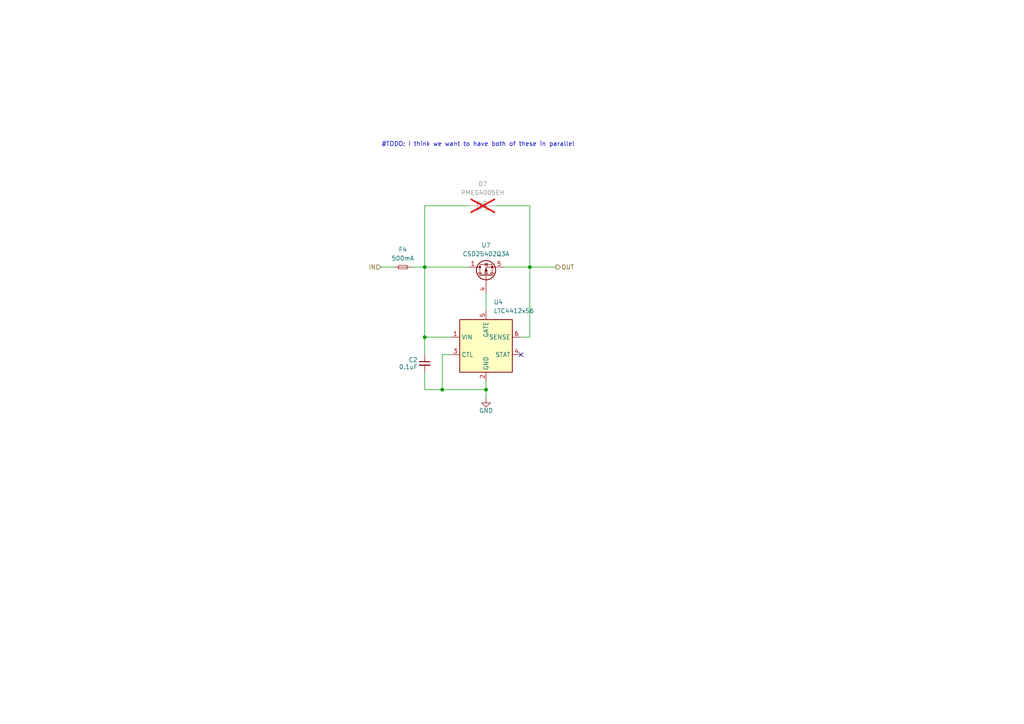
<source format=kicad_sch>
(kicad_sch (version 20231120) (generator "eeschema") (generator_version "8.0")
  (paper "A4")
  (lib_symbols
    (symbol "Device:C_Small" (pin_numbers hide) (pin_names (offset 0.254) hide)
      (property "Reference" "C" (at 0.254 1.778 0))
      (property "Value" "C_Small" (at 0.254 -2.032 0))
      (symbol "C_Small_0_1"
        (polyline (pts (xy -1.524 -0.508) (xy 1.524 -0.508)) (stroke (width 0.3302)))
        (polyline (pts (xy -1.524 0.508) (xy 1.524 0.508)) (stroke (width 0.3048)))
      )
      (symbol "C_Small_1_1"
        (pin passive line (at 0 2.54 270) (length 2.032) (name "~") (number "1"))
        (pin passive line (at 0 -2.54 90) (length 2.032) (name "~") (number "2"))
      )
    )
    (symbol "Device:Fuse_Small" (pin_numbers hide) (pin_names (offset 0.254) hide)
      (property "Reference" "F" (at 0 -1.524 0))
      (property "Value" "Fuse_Small" (at 0 1.524 0))
      (symbol "Fuse_Small_0_1"
        (rectangle (start -1.27 0.508) (end 1.27 -0.508))
        (polyline (pts (xy -1.27 0) (xy 1.27 0)))
      )
      (symbol "Fuse_Small_1_1"
        (pin passive line (at -2.54 0 0) (length 1.27) (name "~") (number "1"))
        (pin passive line (at 2.54 0 180) (length 1.27) (name "~") (number "2"))
      )
    )
    (symbol "Diode:PMEG4005EH" (pin_numbers hide) (pin_names hide)
      (property "Reference" "D" (at 0 2.54 0))
      (property "Value" "PMEG4005EH" (at 0 -2.54 0))
      (symbol "PMEG4005EH_0_1"
        (polyline (pts (xy 1.27 0) (xy -1.27 0)))
        (polyline (pts (xy 1.27 1.27) (xy 1.27 -1.27) (xy -1.27 0) (xy 1.27 1.27)) (stroke (width 0.2032)))
        (polyline (pts (xy -1.905 0.635) (xy -1.905 1.27) (xy -1.27 1.27) (xy -1.27 -1.27) (xy -0.635 -1.27) (xy -0.635 -0.635)) (stroke (width 0.2032)))
      )
      (symbol "PMEG4005EH_1_1"
        (pin passive line (at -3.81 0 0) (length 2.54) (name "K") (number "1"))
        (pin passive line (at 3.81 0 180) (length 2.54) (name "A") (number "2"))
      )
    )
    (symbol "Power_Management:LTC4412xS6"
      (property "Reference" "U" (at -6.35 8.89 0))
      (property "Value" "LTC4412xS6" (at 6.35 8.89 0))
      (symbol "LTC4412xS6_0_1"
        (rectangle (start -7.62 7.62) (end 7.62 -7.62) (stroke (width 0.254)) (fill (type background)))
      )
      (symbol "LTC4412xS6_1_1"
        (pin power_in line (at -10.16 2.54 0) (length 2.54) (name "VIN") (number "1"))
        (pin power_in line (at 0 -10.16 90) (length 2.54) (name "GND") (number "2"))
        (pin input line (at -10.16 -2.54 0) (length 2.54) (name "CTL") (number "3"))
        (pin open_collector line (at 10.16 -2.54 180) (length 2.54) (name "STAT") (number "4"))
        (pin output line (at 0 10.16 270) (length 2.54) (name "GATE") (number "5"))
        (pin input line (at 10.16 2.54 180) (length 2.54) (name "SENSE") (number "6"))
      )
    )
    (symbol "Transistor_FET:CSD25402Q3A" (pin_names hide)
      (property "Reference" "U" (at 5.715 1.905 0))
      (property "Value" "CSD25402Q3A" (at 11.811 -0.127 0))
      (symbol "CSD25402Q3A_0_1"
        (polyline (pts (xy 0.254 0) (xy -2.54 0)))
        (polyline (pts (xy 0.254 1.905) (xy 0.254 -1.905)) (stroke (width 0.254)))
        (polyline (pts (xy 0.762 -1.27) (xy 0.762 -2.286)) (stroke (width 0.254)))
        (polyline (pts (xy 0.762 0.508) (xy 0.762 -0.508)) (stroke (width 0.254)))
        (polyline (pts (xy 0.762 2.286) (xy 0.762 1.27)) (stroke (width 0.254)))
        (polyline (pts (xy 2.54 2.54) (xy 2.54 1.778)))
        (polyline (pts (xy 2.54 -2.54) (xy 2.54 0) (xy 0.762 0)))
        (polyline (pts (xy 0.762 1.778) (xy 3.302 1.778) (xy 3.302 -1.778) (xy 0.762 -1.778)))
        (polyline (pts (xy 2.286 0) (xy 1.27 0.381) (xy 1.27 -0.381) (xy 2.286 0)) (fill (type outline)))
        (polyline (pts (xy 2.794 -0.508) (xy 2.921 -0.381) (xy 3.683 -0.381) (xy 3.81 -0.254)))
        (polyline (pts (xy 3.302 -0.381) (xy 2.921 0.254) (xy 3.683 0.254) (xy 3.302 -0.381)))
        (circle (center 1.651 0) (radius 2.794) (stroke (width 0.254)))
        (circle (center 2.54 -1.778) (radius 0.254) (fill (type outline)))
        (circle (center 2.54 1.778) (radius 0.254) (fill (type outline)))
      )
      (symbol "CSD25402Q3A_1_1"
        (pin passive line (at 2.54 5.08 270) (length 2.54) (name "D") (number "1"))
        (pin passive line (at 2.54 5.08 270) (length 2.54) hide (name "D") (number "2"))
        (pin passive line (at 2.54 5.08 270) (length 2.54) hide (name "D") (number "3"))
        (pin input line (at -5.08 0 0) (length 2.54) (name "G") (number "4"))
        (pin passive line (at 2.54 -5.08 90) (length 2.54) (name "S") (number "5"))
      )
    )
    (symbol "power:GND" (power) (pin_numbers hide) (pin_names (offset 0) hide)
      (property "Value" "GND" (at 0 -3.81 0))
      (symbol "GND_0_1"
        (polyline (pts (xy 0 0) (xy 0 -1.27) (xy 1.27 -1.27) (xy 0 -2.54) (xy -1.27 -1.27) (xy 0 -1.27)))
      )
      (symbol "GND_1_1"
        (pin power_in line (at 0 0 270) (length 0) (name "~") (number "1"))
      )
    )
  )
  (junction (at 140.97 113.03))
  (junction (at 123.19 97.79))
  (junction (at 128.27 113.03))
  (junction (at 123.19 77.47))
  (junction (at 153.67 77.47))
  (no_connect (at 151.13 102.87))
  (wire (pts (xy 153.67 77.47) (xy 161.29 77.47)))
  (wire (pts (xy 130.81 97.79) (xy 123.19 97.79)))
  (wire (pts (xy 140.97 113.03) (xy 140.97 110.49)))
  (wire (pts (xy 123.19 77.47) (xy 123.19 97.79)))
  (wire (pts (xy 130.81 102.87) (xy 128.27 102.87)))
  (wire (pts (xy 110.49 77.47) (xy 114.3 77.47)))
  (wire (pts (xy 123.19 77.47) (xy 135.89 77.47)))
  (wire (pts (xy 146.05 77.47) (xy 153.67 77.47)))
  (wire (pts (xy 140.97 113.03) (xy 140.97 115.57)))
  (wire (pts (xy 153.67 77.47) (xy 153.67 59.69)))
  (wire (pts (xy 128.27 113.03) (xy 123.19 113.03)))
  (wire (pts (xy 140.97 113.03) (xy 128.27 113.03)))
  (wire (pts (xy 153.67 59.69) (xy 143.51 59.69)))
  (wire (pts (xy 128.27 113.03) (xy 128.27 102.87)))
  (wire (pts (xy 135.89 59.69) (xy 123.19 59.69)))
  (wire (pts (xy 123.19 97.79) (xy 123.19 102.87)))
  (wire (pts (xy 153.67 77.47) (xy 153.67 97.79)))
  (wire (pts (xy 123.19 113.03) (xy 123.19 107.95)))
  (wire (pts (xy 123.19 59.69) (xy 123.19 77.47)))
  (wire (pts (xy 151.13 97.79) (xy 153.67 97.79)))
  (wire (pts (xy 119.38 77.47) (xy 123.19 77.47)))
  (wire (pts (xy 140.97 90.17) (xy 140.97 85.09)))
  (text "#TODO: I think we want to have both of these in parallel" (at 138.684 41.91 0) (effects (font (size 1.27 1.27))))
  (hierarchical_label "IN" (shape input) (at 110.49 77.47 180))
  (hierarchical_label "OUT" (shape output) (at 161.29 77.47 0))
  (symbol (lib_id "Device:C_Small") (at 123.19 105.41 0) (mirror y) (unit 1)
    (property "Reference" "C2" (at 121.158 104.394 0) (effects (justify left)))
    (property "Value" "0.1uF" (at 121.158 106.426 0) (effects (justify left)))
    (property "Footprint" "Capacitor_SMD:C_0603_1608Metric" (effects (hide yes)))
    (property "Description" "Unpolarized capacitor, small symbol" (effects (hide yes)))
    (instances (project "Avionics-SolarPanels" (path "" (reference "C2") (unit 1)) (path "" (reference "C1") (unit 1)) (path "" (reference "C3") (unit 1))))
  )
  (symbol (lib_id "Power_Management:LTC4412xS6") (at 140.97 100.33 0) (unit 1)
    (property "Reference" "U4" (at 143.1641 87.63 0) (effects (justify left)))
    (property "Value" "LTC4412xS6" (at 143.1641 90.17 0) (effects (justify left)))
    (property "Footprint" "Package_TO_SOT_SMD:TSOT-23-6" (effects (hide yes)))
    (property "Datasheet" "https://www.analog.com/media/en/technical-documentation/data-sheets/4412fb.pdf" (effects (hide yes)))
    (property "Description" "Low Loss PowerPath Controller, TSOT-23-6" (effects (hide yes)))
    (instances (project "Avionics-SolarPanels" (path "" (reference "U4") (unit 1)) (path "" (reference "U1") (unit 1)) (path "" (reference "U8") (unit 1))))
  )
  (symbol (lib_id "Device:Fuse_Small") (at 116.84 77.47 180) (unit 1)
    (property "Reference" "F4" (at 116.84 72.39 0))
    (property "Value" "500mA" (at 116.84 74.93 0))
    (property "Footprint" "Fuse:Fuse_0603_1608Metric" (effects (hide yes)))
    (property "Description" "Fuse, small symbol" (effects (hide yes)))
    (instances (project "Avionics-SolarPanels" (path "" (reference "F4") (unit 1)) (path "" (reference "F3") (unit 1)) (path "" (reference "F5") (unit 1))))
  )
  (symbol (lib_id "Transistor_FET:CSD25402Q3A") (at 140.97 80.01 90) (unit 1)
    (property "Reference" "U7" (at 140.97 71.12 90))
    (property "Value" "CSD25402Q3A" (at 140.97 73.66 90))
    (property "Footprint" "Package_SO:PowerPAK_SO-8_Single" (effects (hide yes)))
    (property "Datasheet" "https://www.ti.com/lit/ds/symlink/csd25402q3a.pdf" (effects (hide yes)))
    (property "Description" "-76A Id, -20V Vds, NexFET P-Channel Power MOSFET, 7.7mOhm Ron, Qg (typ) 7.5 nC, VSON-8 3.3x3.3mm" (effects (hide yes)))
    (instances (project "" (path "" (reference "U7") (unit 1)) (path "" (reference "U3") (unit 1)) (path "" (reference "U9") (unit 1))))
  )
  (symbol (lib_id "power:GND") (at 140.97 115.57 0) (mirror y) (unit 1)
    (property "Reference" "#PWR02" (effects (hide yes)))
    (property "Value" "GND" (at 140.97 119.126 0))
    (property "Description" "Power symbol creates a global label with name \"GND\" , ground" (effects (hide yes)))
    (instances (project "Avionics-SolarPanels" (path "" (reference "#PWR02") (unit 1)) (path "" (reference "#PWR01") (unit 1)) (path "" (reference "#PWR03") (unit 1))))
  )
  (symbol (lib_id "Diode:PMEG4005EH") (at 139.7 59.69 180) (unit 1) (dnp yes)
    (property "Reference" "D7" (at 140.0175 53.34 0))
    (property "Value" "PMEG4005EH" (at 140.0175 55.88 0))
    (property "Footprint" "Diode_SMD:D_SOD-123F" (effects (hide yes)))
    (property "Datasheet" "https://assets.nexperia.com/documents/data-sheet/PMEGXX05EH_EJ_SER.pdf" (effects (hide yes)))
    (property "Description" "40V, 500mA very low Vf MEGA Schottky barrier rectifier, SOD-123F" (effects (hide yes)))
    (instances (project "Avionics-SolarPanels" (path "" (reference "D7") (unit 1)) (path "" (reference "D6") (unit 1)) (path "" (reference "D8") (unit 1))))
  )
)
</source>
